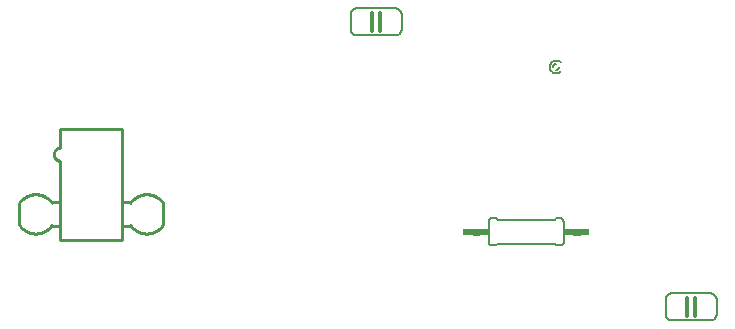
<source format=gto>
G75*
%MOIN*%
%OFA0B0*%
%FSLAX25Y25*%
%IPPOS*%
%LPD*%
%AMOC8*
5,1,8,0,0,1.08239X$1,22.5*
%
%ADD10C,0.00600*%
%ADD11C,0.01200*%
%ADD12C,0.02400*%
%ADD13R,0.03400X0.02400*%
%ADD14C,0.01000*%
D10*
X0178500Y0052500D02*
X0178500Y0059500D01*
X0178502Y0059560D01*
X0178507Y0059621D01*
X0178516Y0059680D01*
X0178529Y0059739D01*
X0178545Y0059798D01*
X0178565Y0059855D01*
X0178588Y0059910D01*
X0178615Y0059965D01*
X0178644Y0060017D01*
X0178677Y0060068D01*
X0178713Y0060117D01*
X0178751Y0060163D01*
X0178793Y0060207D01*
X0178837Y0060249D01*
X0178883Y0060287D01*
X0178932Y0060323D01*
X0178983Y0060356D01*
X0179035Y0060385D01*
X0179090Y0060412D01*
X0179145Y0060435D01*
X0179202Y0060455D01*
X0179261Y0060471D01*
X0179320Y0060484D01*
X0179379Y0060493D01*
X0179440Y0060498D01*
X0179500Y0060500D01*
X0181000Y0060500D01*
X0181500Y0060000D01*
X0200500Y0060000D01*
X0201000Y0060500D01*
X0202500Y0060500D01*
X0202560Y0060498D01*
X0202621Y0060493D01*
X0202680Y0060484D01*
X0202739Y0060471D01*
X0202798Y0060455D01*
X0202855Y0060435D01*
X0202910Y0060412D01*
X0202965Y0060385D01*
X0203017Y0060356D01*
X0203068Y0060323D01*
X0203117Y0060287D01*
X0203163Y0060249D01*
X0203207Y0060207D01*
X0203249Y0060163D01*
X0203287Y0060117D01*
X0203323Y0060068D01*
X0203356Y0060017D01*
X0203385Y0059965D01*
X0203412Y0059910D01*
X0203435Y0059855D01*
X0203455Y0059798D01*
X0203471Y0059739D01*
X0203484Y0059680D01*
X0203493Y0059621D01*
X0203498Y0059560D01*
X0203500Y0059500D01*
X0203500Y0052500D01*
X0203498Y0052440D01*
X0203493Y0052379D01*
X0203484Y0052320D01*
X0203471Y0052261D01*
X0203455Y0052202D01*
X0203435Y0052145D01*
X0203412Y0052090D01*
X0203385Y0052035D01*
X0203356Y0051983D01*
X0203323Y0051932D01*
X0203287Y0051883D01*
X0203249Y0051837D01*
X0203207Y0051793D01*
X0203163Y0051751D01*
X0203117Y0051713D01*
X0203068Y0051677D01*
X0203017Y0051644D01*
X0202965Y0051615D01*
X0202910Y0051588D01*
X0202855Y0051565D01*
X0202798Y0051545D01*
X0202739Y0051529D01*
X0202680Y0051516D01*
X0202621Y0051507D01*
X0202560Y0051502D01*
X0202500Y0051500D01*
X0201000Y0051500D01*
X0200500Y0052000D01*
X0181500Y0052000D01*
X0181000Y0051500D01*
X0179500Y0051500D01*
X0179440Y0051502D01*
X0179379Y0051507D01*
X0179320Y0051516D01*
X0179261Y0051529D01*
X0179202Y0051545D01*
X0179145Y0051565D01*
X0179090Y0051588D01*
X0179035Y0051615D01*
X0178983Y0051644D01*
X0178932Y0051677D01*
X0178883Y0051713D01*
X0178837Y0051751D01*
X0178793Y0051793D01*
X0178751Y0051837D01*
X0178713Y0051883D01*
X0178677Y0051932D01*
X0178644Y0051983D01*
X0178615Y0052035D01*
X0178588Y0052090D01*
X0178565Y0052145D01*
X0178545Y0052202D01*
X0178529Y0052261D01*
X0178516Y0052320D01*
X0178507Y0052379D01*
X0178502Y0052440D01*
X0178500Y0052500D01*
X0237500Y0033500D02*
X0237500Y0028500D01*
X0237502Y0028413D01*
X0237508Y0028326D01*
X0237517Y0028239D01*
X0237530Y0028153D01*
X0237547Y0028067D01*
X0237568Y0027982D01*
X0237593Y0027899D01*
X0237621Y0027816D01*
X0237652Y0027735D01*
X0237687Y0027655D01*
X0237726Y0027577D01*
X0237768Y0027500D01*
X0237813Y0027425D01*
X0237862Y0027353D01*
X0237913Y0027282D01*
X0237968Y0027214D01*
X0238025Y0027149D01*
X0238086Y0027086D01*
X0238149Y0027025D01*
X0238214Y0026968D01*
X0238282Y0026913D01*
X0238353Y0026862D01*
X0238425Y0026813D01*
X0238500Y0026768D01*
X0238577Y0026726D01*
X0238655Y0026687D01*
X0238735Y0026652D01*
X0238816Y0026621D01*
X0238899Y0026593D01*
X0238982Y0026568D01*
X0239067Y0026547D01*
X0239153Y0026530D01*
X0239239Y0026517D01*
X0239326Y0026508D01*
X0239413Y0026502D01*
X0239500Y0026500D01*
X0252500Y0026500D01*
X0252587Y0026502D01*
X0252674Y0026508D01*
X0252761Y0026517D01*
X0252847Y0026530D01*
X0252933Y0026547D01*
X0253018Y0026568D01*
X0253101Y0026593D01*
X0253184Y0026621D01*
X0253265Y0026652D01*
X0253345Y0026687D01*
X0253423Y0026726D01*
X0253500Y0026768D01*
X0253575Y0026813D01*
X0253647Y0026862D01*
X0253718Y0026913D01*
X0253786Y0026968D01*
X0253851Y0027025D01*
X0253914Y0027086D01*
X0253975Y0027149D01*
X0254032Y0027214D01*
X0254087Y0027282D01*
X0254138Y0027353D01*
X0254187Y0027425D01*
X0254232Y0027500D01*
X0254274Y0027577D01*
X0254313Y0027655D01*
X0254348Y0027735D01*
X0254379Y0027816D01*
X0254407Y0027899D01*
X0254432Y0027982D01*
X0254453Y0028067D01*
X0254470Y0028153D01*
X0254483Y0028239D01*
X0254492Y0028326D01*
X0254498Y0028413D01*
X0254500Y0028500D01*
X0254500Y0033500D01*
X0254498Y0033587D01*
X0254492Y0033674D01*
X0254483Y0033761D01*
X0254470Y0033847D01*
X0254453Y0033933D01*
X0254432Y0034018D01*
X0254407Y0034101D01*
X0254379Y0034184D01*
X0254348Y0034265D01*
X0254313Y0034345D01*
X0254274Y0034423D01*
X0254232Y0034500D01*
X0254187Y0034575D01*
X0254138Y0034647D01*
X0254087Y0034718D01*
X0254032Y0034786D01*
X0253975Y0034851D01*
X0253914Y0034914D01*
X0253851Y0034975D01*
X0253786Y0035032D01*
X0253718Y0035087D01*
X0253647Y0035138D01*
X0253575Y0035187D01*
X0253500Y0035232D01*
X0253423Y0035274D01*
X0253345Y0035313D01*
X0253265Y0035348D01*
X0253184Y0035379D01*
X0253101Y0035407D01*
X0253018Y0035432D01*
X0252933Y0035453D01*
X0252847Y0035470D01*
X0252761Y0035483D01*
X0252674Y0035492D01*
X0252587Y0035498D01*
X0252500Y0035500D01*
X0239500Y0035500D01*
X0239413Y0035498D01*
X0239326Y0035492D01*
X0239239Y0035483D01*
X0239153Y0035470D01*
X0239067Y0035453D01*
X0238982Y0035432D01*
X0238899Y0035407D01*
X0238816Y0035379D01*
X0238735Y0035348D01*
X0238655Y0035313D01*
X0238577Y0035274D01*
X0238500Y0035232D01*
X0238425Y0035187D01*
X0238353Y0035138D01*
X0238282Y0035087D01*
X0238214Y0035032D01*
X0238149Y0034975D01*
X0238086Y0034914D01*
X0238025Y0034851D01*
X0237968Y0034786D01*
X0237913Y0034718D01*
X0237862Y0034647D01*
X0237813Y0034575D01*
X0237768Y0034500D01*
X0237726Y0034423D01*
X0237687Y0034345D01*
X0237652Y0034265D01*
X0237621Y0034184D01*
X0237593Y0034101D01*
X0237568Y0034018D01*
X0237547Y0033933D01*
X0237530Y0033847D01*
X0237517Y0033761D01*
X0237508Y0033674D01*
X0237502Y0033587D01*
X0237500Y0033500D01*
X0202000Y0109000D02*
X0202500Y0109500D01*
X0202000Y0109000D02*
X0200000Y0109000D01*
X0199500Y0109500D01*
X0199438Y0109565D01*
X0199378Y0109633D01*
X0199322Y0109703D01*
X0199268Y0109775D01*
X0199218Y0109850D01*
X0199171Y0109927D01*
X0199127Y0110005D01*
X0199086Y0110086D01*
X0199049Y0110168D01*
X0199016Y0110251D01*
X0198986Y0110336D01*
X0198959Y0110422D01*
X0198937Y0110509D01*
X0198918Y0110597D01*
X0198902Y0110686D01*
X0198891Y0110775D01*
X0198883Y0110865D01*
X0198879Y0110955D01*
X0198879Y0111045D01*
X0198883Y0111135D01*
X0198891Y0111225D01*
X0198902Y0111314D01*
X0198918Y0111403D01*
X0198937Y0111491D01*
X0198959Y0111578D01*
X0198986Y0111664D01*
X0199016Y0111749D01*
X0199049Y0111832D01*
X0199086Y0111914D01*
X0199127Y0111995D01*
X0199171Y0112073D01*
X0199218Y0112150D01*
X0199268Y0112225D01*
X0199322Y0112297D01*
X0199378Y0112367D01*
X0199438Y0112435D01*
X0199500Y0112500D01*
X0200000Y0113000D01*
X0202000Y0113000D01*
X0202500Y0112500D01*
X0202000Y0111000D02*
X0201998Y0110940D01*
X0201993Y0110879D01*
X0201984Y0110820D01*
X0201971Y0110761D01*
X0201955Y0110702D01*
X0201935Y0110645D01*
X0201912Y0110590D01*
X0201885Y0110535D01*
X0201856Y0110483D01*
X0201823Y0110432D01*
X0201787Y0110383D01*
X0201749Y0110337D01*
X0201707Y0110293D01*
X0201663Y0110251D01*
X0201617Y0110213D01*
X0201568Y0110177D01*
X0201517Y0110144D01*
X0201465Y0110115D01*
X0201410Y0110088D01*
X0201355Y0110065D01*
X0201298Y0110045D01*
X0201239Y0110029D01*
X0201180Y0110016D01*
X0201121Y0110007D01*
X0201060Y0110002D01*
X0201000Y0110000D01*
X0200000Y0111000D02*
X0200002Y0111060D01*
X0200007Y0111121D01*
X0200016Y0111180D01*
X0200029Y0111239D01*
X0200045Y0111298D01*
X0200065Y0111355D01*
X0200088Y0111410D01*
X0200115Y0111465D01*
X0200144Y0111517D01*
X0200177Y0111568D01*
X0200213Y0111617D01*
X0200251Y0111663D01*
X0200293Y0111707D01*
X0200337Y0111749D01*
X0200383Y0111787D01*
X0200432Y0111823D01*
X0200483Y0111856D01*
X0200535Y0111885D01*
X0200590Y0111912D01*
X0200645Y0111935D01*
X0200702Y0111955D01*
X0200761Y0111971D01*
X0200820Y0111984D01*
X0200879Y0111993D01*
X0200940Y0111998D01*
X0201000Y0112000D01*
X0149500Y0123500D02*
X0149500Y0128500D01*
X0149498Y0128587D01*
X0149492Y0128674D01*
X0149483Y0128761D01*
X0149470Y0128847D01*
X0149453Y0128933D01*
X0149432Y0129018D01*
X0149407Y0129101D01*
X0149379Y0129184D01*
X0149348Y0129265D01*
X0149313Y0129345D01*
X0149274Y0129423D01*
X0149232Y0129500D01*
X0149187Y0129575D01*
X0149138Y0129647D01*
X0149087Y0129718D01*
X0149032Y0129786D01*
X0148975Y0129851D01*
X0148914Y0129914D01*
X0148851Y0129975D01*
X0148786Y0130032D01*
X0148718Y0130087D01*
X0148647Y0130138D01*
X0148575Y0130187D01*
X0148500Y0130232D01*
X0148423Y0130274D01*
X0148345Y0130313D01*
X0148265Y0130348D01*
X0148184Y0130379D01*
X0148101Y0130407D01*
X0148018Y0130432D01*
X0147933Y0130453D01*
X0147847Y0130470D01*
X0147761Y0130483D01*
X0147674Y0130492D01*
X0147587Y0130498D01*
X0147500Y0130500D01*
X0134500Y0130500D01*
X0134413Y0130498D01*
X0134326Y0130492D01*
X0134239Y0130483D01*
X0134153Y0130470D01*
X0134067Y0130453D01*
X0133982Y0130432D01*
X0133899Y0130407D01*
X0133816Y0130379D01*
X0133735Y0130348D01*
X0133655Y0130313D01*
X0133577Y0130274D01*
X0133500Y0130232D01*
X0133425Y0130187D01*
X0133353Y0130138D01*
X0133282Y0130087D01*
X0133214Y0130032D01*
X0133149Y0129975D01*
X0133086Y0129914D01*
X0133025Y0129851D01*
X0132968Y0129786D01*
X0132913Y0129718D01*
X0132862Y0129647D01*
X0132813Y0129575D01*
X0132768Y0129500D01*
X0132726Y0129423D01*
X0132687Y0129345D01*
X0132652Y0129265D01*
X0132621Y0129184D01*
X0132593Y0129101D01*
X0132568Y0129018D01*
X0132547Y0128933D01*
X0132530Y0128847D01*
X0132517Y0128761D01*
X0132508Y0128674D01*
X0132502Y0128587D01*
X0132500Y0128500D01*
X0132500Y0123500D01*
X0132502Y0123413D01*
X0132508Y0123326D01*
X0132517Y0123239D01*
X0132530Y0123153D01*
X0132547Y0123067D01*
X0132568Y0122982D01*
X0132593Y0122899D01*
X0132621Y0122816D01*
X0132652Y0122735D01*
X0132687Y0122655D01*
X0132726Y0122577D01*
X0132768Y0122500D01*
X0132813Y0122425D01*
X0132862Y0122353D01*
X0132913Y0122282D01*
X0132968Y0122214D01*
X0133025Y0122149D01*
X0133086Y0122086D01*
X0133149Y0122025D01*
X0133214Y0121968D01*
X0133282Y0121913D01*
X0133353Y0121862D01*
X0133425Y0121813D01*
X0133500Y0121768D01*
X0133577Y0121726D01*
X0133655Y0121687D01*
X0133735Y0121652D01*
X0133816Y0121621D01*
X0133899Y0121593D01*
X0133982Y0121568D01*
X0134067Y0121547D01*
X0134153Y0121530D01*
X0134239Y0121517D01*
X0134326Y0121508D01*
X0134413Y0121502D01*
X0134500Y0121500D01*
X0147500Y0121500D01*
X0147587Y0121502D01*
X0147674Y0121508D01*
X0147761Y0121517D01*
X0147847Y0121530D01*
X0147933Y0121547D01*
X0148018Y0121568D01*
X0148101Y0121593D01*
X0148184Y0121621D01*
X0148265Y0121652D01*
X0148345Y0121687D01*
X0148423Y0121726D01*
X0148500Y0121768D01*
X0148575Y0121813D01*
X0148647Y0121862D01*
X0148718Y0121913D01*
X0148786Y0121968D01*
X0148851Y0122025D01*
X0148914Y0122086D01*
X0148975Y0122149D01*
X0149032Y0122214D01*
X0149087Y0122282D01*
X0149138Y0122353D01*
X0149187Y0122425D01*
X0149232Y0122500D01*
X0149274Y0122577D01*
X0149313Y0122655D01*
X0149348Y0122735D01*
X0149379Y0122816D01*
X0149407Y0122899D01*
X0149432Y0122982D01*
X0149453Y0123067D01*
X0149470Y0123153D01*
X0149483Y0123239D01*
X0149492Y0123326D01*
X0149498Y0123413D01*
X0149500Y0123500D01*
D11*
X0142200Y0123000D02*
X0142200Y0129000D01*
X0139700Y0129000D02*
X0139700Y0123000D01*
X0244800Y0034000D02*
X0244800Y0028000D01*
X0247300Y0028000D02*
X0247300Y0034000D01*
D12*
X0208500Y0056000D02*
X0207000Y0056000D01*
X0175000Y0056000D02*
X0173500Y0056000D01*
D13*
X0171800Y0056000D03*
X0176800Y0056000D03*
X0205200Y0056000D03*
X0210200Y0056000D03*
D14*
X0035764Y0053283D02*
X0035764Y0079661D01*
X0035764Y0079662D02*
X0035672Y0079664D01*
X0035580Y0079670D01*
X0035489Y0079680D01*
X0035398Y0079693D01*
X0035308Y0079711D01*
X0035218Y0079732D01*
X0035130Y0079757D01*
X0035043Y0079786D01*
X0034957Y0079818D01*
X0034872Y0079854D01*
X0034789Y0079894D01*
X0034708Y0079937D01*
X0034629Y0079983D01*
X0034552Y0080033D01*
X0034477Y0080086D01*
X0034404Y0080143D01*
X0034334Y0080202D01*
X0034266Y0080264D01*
X0034201Y0080329D01*
X0034139Y0080397D01*
X0034080Y0080467D01*
X0034023Y0080540D01*
X0033970Y0080615D01*
X0033920Y0080692D01*
X0033874Y0080771D01*
X0033831Y0080852D01*
X0033791Y0080935D01*
X0033755Y0081020D01*
X0033723Y0081106D01*
X0033694Y0081193D01*
X0033669Y0081281D01*
X0033648Y0081371D01*
X0033630Y0081461D01*
X0033617Y0081552D01*
X0033607Y0081643D01*
X0033601Y0081735D01*
X0033599Y0081827D01*
X0033601Y0081919D01*
X0033607Y0082011D01*
X0033617Y0082102D01*
X0033630Y0082193D01*
X0033648Y0082283D01*
X0033669Y0082373D01*
X0033694Y0082461D01*
X0033723Y0082548D01*
X0033755Y0082634D01*
X0033791Y0082719D01*
X0033831Y0082802D01*
X0033874Y0082883D01*
X0033920Y0082962D01*
X0033970Y0083039D01*
X0034023Y0083114D01*
X0034080Y0083187D01*
X0034139Y0083257D01*
X0034201Y0083325D01*
X0034266Y0083390D01*
X0034334Y0083452D01*
X0034404Y0083511D01*
X0034477Y0083568D01*
X0034552Y0083621D01*
X0034629Y0083671D01*
X0034708Y0083717D01*
X0034789Y0083760D01*
X0034872Y0083800D01*
X0034957Y0083836D01*
X0035043Y0083868D01*
X0035130Y0083897D01*
X0035218Y0083922D01*
X0035308Y0083943D01*
X0035398Y0083961D01*
X0035489Y0083974D01*
X0035580Y0083984D01*
X0035672Y0083990D01*
X0035764Y0083992D01*
X0035764Y0090291D01*
X0056236Y0090291D01*
X0056236Y0053283D01*
X0035764Y0053283D01*
X0035370Y0058008D02*
X0032614Y0058008D01*
X0033007Y0058402D02*
X0032919Y0058269D01*
X0032828Y0058138D01*
X0032734Y0058009D01*
X0032636Y0057882D01*
X0032536Y0057758D01*
X0032432Y0057637D01*
X0032326Y0057518D01*
X0032216Y0057401D01*
X0032104Y0057287D01*
X0031989Y0057176D01*
X0031872Y0057068D01*
X0031752Y0056963D01*
X0031629Y0056861D01*
X0031504Y0056762D01*
X0031376Y0056666D01*
X0031246Y0056573D01*
X0031114Y0056483D01*
X0030980Y0056396D01*
X0030844Y0056313D01*
X0030705Y0056233D01*
X0030565Y0056156D01*
X0030423Y0056083D01*
X0030280Y0056014D01*
X0030134Y0055948D01*
X0029987Y0055885D01*
X0029839Y0055826D01*
X0029689Y0055771D01*
X0029538Y0055719D01*
X0029385Y0055671D01*
X0029232Y0055627D01*
X0029077Y0055587D01*
X0028922Y0055550D01*
X0028766Y0055517D01*
X0028609Y0055488D01*
X0028451Y0055463D01*
X0028293Y0055442D01*
X0028134Y0055424D01*
X0027975Y0055411D01*
X0027815Y0055401D01*
X0027656Y0055395D01*
X0027496Y0055393D01*
X0027336Y0055395D01*
X0027177Y0055401D01*
X0027017Y0055411D01*
X0026858Y0055424D01*
X0026699Y0055442D01*
X0026541Y0055463D01*
X0026383Y0055488D01*
X0026226Y0055517D01*
X0026070Y0055550D01*
X0025915Y0055587D01*
X0025760Y0055627D01*
X0025607Y0055671D01*
X0025454Y0055719D01*
X0025303Y0055771D01*
X0025153Y0055826D01*
X0025005Y0055885D01*
X0024858Y0055948D01*
X0024712Y0056014D01*
X0024569Y0056083D01*
X0024427Y0056156D01*
X0024287Y0056233D01*
X0024148Y0056313D01*
X0024012Y0056396D01*
X0023878Y0056483D01*
X0023746Y0056573D01*
X0023616Y0056666D01*
X0023488Y0056762D01*
X0023363Y0056861D01*
X0023240Y0056963D01*
X0023120Y0057068D01*
X0023003Y0057176D01*
X0022888Y0057287D01*
X0022776Y0057401D01*
X0022666Y0057518D01*
X0022560Y0057637D01*
X0022456Y0057758D01*
X0022356Y0057882D01*
X0022258Y0058009D01*
X0022164Y0058138D01*
X0022073Y0058269D01*
X0021985Y0058402D01*
X0021984Y0058402D02*
X0021984Y0065488D01*
X0021985Y0065488D02*
X0022073Y0065621D01*
X0022164Y0065752D01*
X0022258Y0065881D01*
X0022356Y0066008D01*
X0022456Y0066132D01*
X0022560Y0066253D01*
X0022666Y0066372D01*
X0022776Y0066489D01*
X0022888Y0066603D01*
X0023003Y0066714D01*
X0023120Y0066822D01*
X0023240Y0066927D01*
X0023363Y0067029D01*
X0023488Y0067128D01*
X0023616Y0067224D01*
X0023746Y0067317D01*
X0023878Y0067407D01*
X0024012Y0067494D01*
X0024148Y0067577D01*
X0024287Y0067657D01*
X0024427Y0067734D01*
X0024569Y0067807D01*
X0024712Y0067876D01*
X0024858Y0067942D01*
X0025005Y0068005D01*
X0025153Y0068064D01*
X0025303Y0068119D01*
X0025454Y0068171D01*
X0025607Y0068219D01*
X0025760Y0068263D01*
X0025915Y0068303D01*
X0026070Y0068340D01*
X0026226Y0068373D01*
X0026383Y0068402D01*
X0026541Y0068427D01*
X0026699Y0068448D01*
X0026858Y0068466D01*
X0027017Y0068479D01*
X0027177Y0068489D01*
X0027336Y0068495D01*
X0027496Y0068497D01*
X0027656Y0068495D01*
X0027815Y0068489D01*
X0027975Y0068479D01*
X0028134Y0068466D01*
X0028293Y0068448D01*
X0028451Y0068427D01*
X0028609Y0068402D01*
X0028766Y0068373D01*
X0028922Y0068340D01*
X0029077Y0068303D01*
X0029232Y0068263D01*
X0029385Y0068219D01*
X0029538Y0068171D01*
X0029689Y0068119D01*
X0029839Y0068064D01*
X0029987Y0068005D01*
X0030134Y0067942D01*
X0030280Y0067876D01*
X0030423Y0067807D01*
X0030565Y0067734D01*
X0030705Y0067657D01*
X0030844Y0067577D01*
X0030980Y0067494D01*
X0031114Y0067407D01*
X0031246Y0067317D01*
X0031376Y0067224D01*
X0031504Y0067128D01*
X0031629Y0067029D01*
X0031752Y0066927D01*
X0031872Y0066822D01*
X0031989Y0066714D01*
X0032104Y0066603D01*
X0032216Y0066489D01*
X0032326Y0066372D01*
X0032432Y0066253D01*
X0032536Y0066132D01*
X0032636Y0066008D01*
X0032734Y0065881D01*
X0032828Y0065752D01*
X0032919Y0065621D01*
X0033007Y0065488D01*
X0032614Y0065882D02*
X0035370Y0065882D01*
X0056630Y0065882D02*
X0059386Y0065882D01*
X0058993Y0058402D02*
X0059081Y0058269D01*
X0059172Y0058138D01*
X0059266Y0058009D01*
X0059364Y0057882D01*
X0059464Y0057758D01*
X0059568Y0057637D01*
X0059674Y0057518D01*
X0059784Y0057401D01*
X0059896Y0057287D01*
X0060011Y0057176D01*
X0060128Y0057068D01*
X0060248Y0056963D01*
X0060371Y0056861D01*
X0060496Y0056762D01*
X0060624Y0056666D01*
X0060754Y0056573D01*
X0060886Y0056483D01*
X0061020Y0056396D01*
X0061156Y0056313D01*
X0061295Y0056233D01*
X0061435Y0056156D01*
X0061577Y0056083D01*
X0061720Y0056014D01*
X0061866Y0055948D01*
X0062013Y0055885D01*
X0062161Y0055826D01*
X0062311Y0055771D01*
X0062462Y0055719D01*
X0062615Y0055671D01*
X0062768Y0055627D01*
X0062923Y0055587D01*
X0063078Y0055550D01*
X0063234Y0055517D01*
X0063391Y0055488D01*
X0063549Y0055463D01*
X0063707Y0055442D01*
X0063866Y0055424D01*
X0064025Y0055411D01*
X0064185Y0055401D01*
X0064344Y0055395D01*
X0064504Y0055393D01*
X0064664Y0055395D01*
X0064823Y0055401D01*
X0064983Y0055411D01*
X0065142Y0055424D01*
X0065301Y0055442D01*
X0065459Y0055463D01*
X0065617Y0055488D01*
X0065774Y0055517D01*
X0065930Y0055550D01*
X0066085Y0055587D01*
X0066240Y0055627D01*
X0066393Y0055671D01*
X0066546Y0055719D01*
X0066697Y0055771D01*
X0066847Y0055826D01*
X0066995Y0055885D01*
X0067142Y0055948D01*
X0067288Y0056014D01*
X0067431Y0056083D01*
X0067573Y0056156D01*
X0067713Y0056233D01*
X0067852Y0056313D01*
X0067988Y0056396D01*
X0068122Y0056483D01*
X0068254Y0056573D01*
X0068384Y0056666D01*
X0068512Y0056762D01*
X0068637Y0056861D01*
X0068760Y0056963D01*
X0068880Y0057068D01*
X0068997Y0057176D01*
X0069112Y0057287D01*
X0069224Y0057401D01*
X0069334Y0057518D01*
X0069440Y0057637D01*
X0069544Y0057758D01*
X0069644Y0057882D01*
X0069742Y0058009D01*
X0069836Y0058138D01*
X0069927Y0058269D01*
X0070015Y0058402D01*
X0070016Y0058402D02*
X0070016Y0065488D01*
X0070015Y0065488D02*
X0069927Y0065621D01*
X0069836Y0065752D01*
X0069742Y0065881D01*
X0069644Y0066008D01*
X0069544Y0066132D01*
X0069440Y0066253D01*
X0069334Y0066372D01*
X0069224Y0066489D01*
X0069112Y0066603D01*
X0068997Y0066714D01*
X0068880Y0066822D01*
X0068760Y0066927D01*
X0068637Y0067029D01*
X0068512Y0067128D01*
X0068384Y0067224D01*
X0068254Y0067317D01*
X0068122Y0067407D01*
X0067988Y0067494D01*
X0067852Y0067577D01*
X0067713Y0067657D01*
X0067573Y0067734D01*
X0067431Y0067807D01*
X0067288Y0067876D01*
X0067142Y0067942D01*
X0066995Y0068005D01*
X0066847Y0068064D01*
X0066697Y0068119D01*
X0066546Y0068171D01*
X0066393Y0068219D01*
X0066240Y0068263D01*
X0066085Y0068303D01*
X0065930Y0068340D01*
X0065774Y0068373D01*
X0065617Y0068402D01*
X0065459Y0068427D01*
X0065301Y0068448D01*
X0065142Y0068466D01*
X0064983Y0068479D01*
X0064823Y0068489D01*
X0064664Y0068495D01*
X0064504Y0068497D01*
X0064344Y0068495D01*
X0064185Y0068489D01*
X0064025Y0068479D01*
X0063866Y0068466D01*
X0063707Y0068448D01*
X0063549Y0068427D01*
X0063391Y0068402D01*
X0063234Y0068373D01*
X0063078Y0068340D01*
X0062923Y0068303D01*
X0062768Y0068263D01*
X0062615Y0068219D01*
X0062462Y0068171D01*
X0062311Y0068119D01*
X0062161Y0068064D01*
X0062013Y0068005D01*
X0061866Y0067942D01*
X0061720Y0067876D01*
X0061577Y0067807D01*
X0061435Y0067734D01*
X0061295Y0067657D01*
X0061156Y0067577D01*
X0061020Y0067494D01*
X0060886Y0067407D01*
X0060754Y0067317D01*
X0060624Y0067224D01*
X0060496Y0067128D01*
X0060371Y0067029D01*
X0060248Y0066927D01*
X0060128Y0066822D01*
X0060011Y0066714D01*
X0059896Y0066603D01*
X0059784Y0066489D01*
X0059674Y0066372D01*
X0059568Y0066253D01*
X0059464Y0066132D01*
X0059364Y0066008D01*
X0059266Y0065881D01*
X0059172Y0065752D01*
X0059081Y0065621D01*
X0058993Y0065488D01*
X0059386Y0058008D02*
X0056630Y0058008D01*
M02*

</source>
